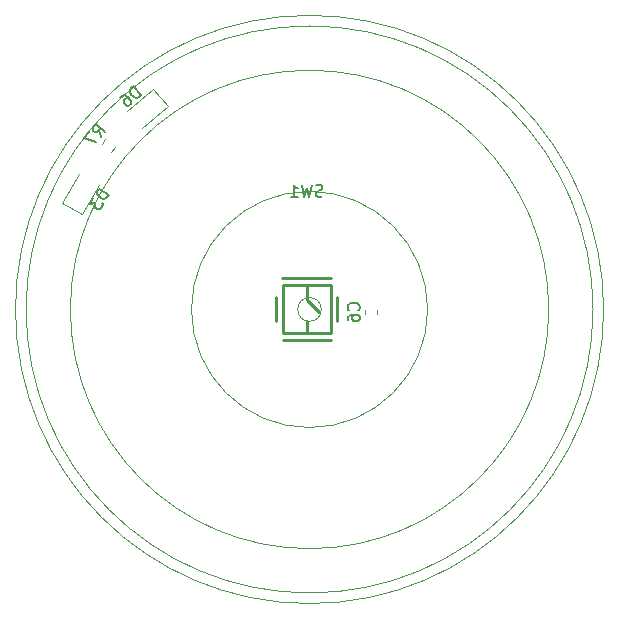
<source format=gbr>
G04 #@! TF.GenerationSoftware,KiCad,Pcbnew,(5.1.10-1-10_14)*
G04 #@! TF.CreationDate,2021-06-27T23:26:48+08:00*
G04 #@! TF.ProjectId,mops-out,6d6f7073-2d6f-4757-942e-6b696361645f,rev?*
G04 #@! TF.SameCoordinates,Original*
G04 #@! TF.FileFunction,Legend,Bot*
G04 #@! TF.FilePolarity,Positive*
%FSLAX46Y46*%
G04 Gerber Fmt 4.6, Leading zero omitted, Abs format (unit mm)*
G04 Created by KiCad (PCBNEW (5.1.10-1-10_14)) date 2021-06-27 23:26:48*
%MOMM*%
%LPD*%
G01*
G04 APERTURE LIST*
%ADD10C,0.120000*%
%ADD11C,0.254000*%
%ADD12C,0.150000*%
G04 APERTURE END LIST*
D10*
X129250000Y-75000000D02*
G75*
G03*
X129250000Y-75000000I-1000000J0D01*
G01*
X138250000Y-75000000D02*
G75*
G03*
X138250000Y-75000000I-10000000J0D01*
G01*
X148500000Y-75000000D02*
G75*
G03*
X148500000Y-75000000I-20250000J0D01*
G01*
X152250000Y-75000000D02*
G75*
G03*
X152250000Y-75000000I-24000000J0D01*
G01*
X153150000Y-75000000D02*
G75*
G03*
X153150000Y-75000000I-24900000J0D01*
G01*
X110973475Y-60599014D02*
X110646008Y-60989273D01*
X111773992Y-61270727D02*
X111446525Y-61660986D01*
X112798022Y-58172581D02*
X114988910Y-56334208D01*
X114988910Y-56334208D02*
X116223062Y-57805014D01*
X116223062Y-57805014D02*
X114032175Y-59643386D01*
D11*
X125975010Y-77600122D02*
X130024990Y-77600122D01*
X125400005Y-76019048D02*
X125400005Y-73981206D01*
X130599995Y-73981206D02*
X130599995Y-76019048D01*
X125913161Y-72350120D02*
X130086839Y-72350120D01*
X125968000Y-72968127D02*
X125968000Y-77032127D01*
X130032000Y-72968127D02*
X125968000Y-72968127D01*
X130032000Y-77032127D02*
X130032000Y-72968127D01*
X125968000Y-77032127D02*
X130032000Y-77032127D01*
X128000000Y-77032127D02*
X128000000Y-76016127D01*
X128000000Y-74238127D02*
X129016000Y-75254127D01*
X128000000Y-72968127D02*
X128000000Y-74238127D01*
D10*
X110391384Y-64473975D02*
X108961384Y-66950807D01*
X108961384Y-66950807D02*
X107298616Y-65990807D01*
X107298616Y-65990807D02*
X108728616Y-63513975D01*
X132949220Y-75078373D02*
X132949220Y-75370907D01*
X133969220Y-75078373D02*
X133969220Y-75370907D01*
D12*
X110568231Y-60373924D02*
X110417710Y-59812487D01*
X110935538Y-59936185D02*
X110169493Y-59293397D01*
X109924622Y-59585223D01*
X109899882Y-59688789D01*
X109905752Y-59755876D01*
X109948099Y-59853572D01*
X110057534Y-59945399D01*
X110161100Y-59970139D01*
X110228187Y-59964269D01*
X110325883Y-59921922D01*
X110570755Y-59630095D01*
X109587924Y-59986485D02*
X109159399Y-60497181D01*
X110200923Y-60811664D01*
X113976741Y-56873328D02*
X113333954Y-56107283D01*
X113151562Y-56260328D01*
X113072736Y-56388633D01*
X113060997Y-56522808D01*
X113085737Y-56626373D01*
X113171694Y-56802895D01*
X113263521Y-56912330D01*
X113422435Y-57027635D01*
X113520131Y-57069982D01*
X113654306Y-57081721D01*
X113794350Y-57026373D01*
X113976741Y-56873328D01*
X112239604Y-57025552D02*
X112385518Y-56903116D01*
X112489083Y-56878376D01*
X112556170Y-56884246D01*
X112720954Y-56932463D01*
X112879868Y-57047767D01*
X113124739Y-57339593D01*
X113149479Y-57443159D01*
X113143609Y-57510246D01*
X113101262Y-57607942D01*
X112955349Y-57730378D01*
X112851783Y-57755118D01*
X112784696Y-57749248D01*
X112687000Y-57706901D01*
X112533955Y-57524509D01*
X112509215Y-57420944D01*
X112515085Y-57353856D01*
X112557432Y-57256160D01*
X112703346Y-57133724D01*
X112806911Y-57108985D01*
X112873998Y-57114854D01*
X112971695Y-57157202D01*
X129333333Y-65404761D02*
X129190476Y-65452380D01*
X128952380Y-65452380D01*
X128857142Y-65404761D01*
X128809523Y-65357142D01*
X128761904Y-65261904D01*
X128761904Y-65166666D01*
X128809523Y-65071428D01*
X128857142Y-65023809D01*
X128952380Y-64976190D01*
X129142857Y-64928571D01*
X129238095Y-64880952D01*
X129285714Y-64833333D01*
X129333333Y-64738095D01*
X129333333Y-64642857D01*
X129285714Y-64547619D01*
X129238095Y-64500000D01*
X129142857Y-64452380D01*
X128904761Y-64452380D01*
X128761904Y-64500000D01*
X128428571Y-64452380D02*
X128190476Y-65452380D01*
X128000000Y-64738095D01*
X127809523Y-65452380D01*
X127571428Y-64452380D01*
X126666666Y-65452380D02*
X127238095Y-65452380D01*
X126952380Y-65452380D02*
X126952380Y-64452380D01*
X127047619Y-64595238D01*
X127142857Y-64690476D01*
X127238095Y-64738095D01*
X111249763Y-65271981D02*
X110383737Y-64771981D01*
X110264689Y-64978177D01*
X110234500Y-65125705D01*
X110269360Y-65255802D01*
X110328029Y-65344661D01*
X110469177Y-65481138D01*
X110592894Y-65552567D01*
X110781661Y-65606565D01*
X110887949Y-65612945D01*
X111018047Y-65578086D01*
X111130715Y-65478177D01*
X111249763Y-65271981D01*
X109931356Y-65555528D02*
X109621832Y-66091639D01*
X110118413Y-65993440D01*
X110046985Y-66117157D01*
X110040605Y-66223446D01*
X110058035Y-66288494D01*
X110116704Y-66377353D01*
X110322901Y-66496400D01*
X110429189Y-66502780D01*
X110494237Y-66485350D01*
X110583096Y-66426681D01*
X110725953Y-66179245D01*
X110732333Y-66072957D01*
X110714903Y-66007908D01*
X132386362Y-75057973D02*
X132433981Y-75010354D01*
X132481600Y-74867497D01*
X132481600Y-74772259D01*
X132433981Y-74629401D01*
X132338743Y-74534163D01*
X132243505Y-74486544D01*
X132053029Y-74438925D01*
X131910172Y-74438925D01*
X131719696Y-74486544D01*
X131624458Y-74534163D01*
X131529220Y-74629401D01*
X131481600Y-74772259D01*
X131481600Y-74867497D01*
X131529220Y-75010354D01*
X131576839Y-75057973D01*
X131481600Y-75915116D02*
X131481600Y-75724640D01*
X131529220Y-75629401D01*
X131576839Y-75581782D01*
X131719696Y-75486544D01*
X131910172Y-75438925D01*
X132291124Y-75438925D01*
X132386362Y-75486544D01*
X132433981Y-75534163D01*
X132481600Y-75629401D01*
X132481600Y-75819878D01*
X132433981Y-75915116D01*
X132386362Y-75962735D01*
X132291124Y-76010354D01*
X132053029Y-76010354D01*
X131957791Y-75962735D01*
X131910172Y-75915116D01*
X131862553Y-75819878D01*
X131862553Y-75629401D01*
X131910172Y-75534163D01*
X131957791Y-75486544D01*
X132053029Y-75438925D01*
M02*

</source>
